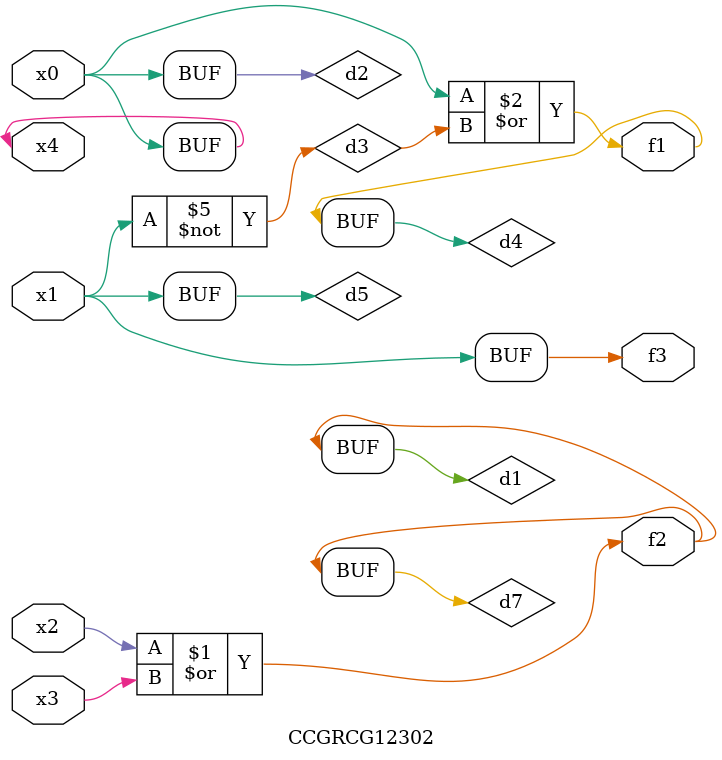
<source format=v>
module CCGRCG12302(
	input x0, x1, x2, x3, x4,
	output f1, f2, f3
);

	wire d1, d2, d3, d4, d5, d6, d7;

	or (d1, x2, x3);
	buf (d2, x0, x4);
	not (d3, x1);
	or (d4, d2, d3);
	not (d5, d3);
	nand (d6, d1, d3);
	or (d7, d1);
	assign f1 = d4;
	assign f2 = d7;
	assign f3 = d5;
endmodule

</source>
